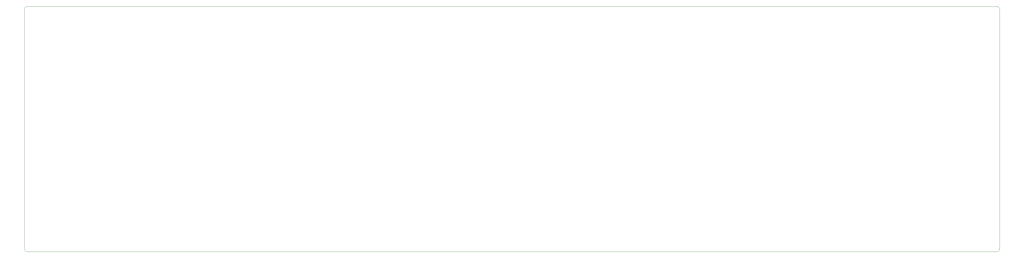
<source format=gm1>
G04 #@! TF.GenerationSoftware,KiCad,Pcbnew,7.0.10-1.fc39*
G04 #@! TF.CreationDate,2024-01-09T17:35:31-05:00*
G04 #@! TF.ProjectId,SYSMATT-WS2812-MATRIX-CARRIER-32X8-DIFFUSER,5359534d-4154-4542-9d57-53323831322d,rev?*
G04 #@! TF.SameCoordinates,Original*
G04 #@! TF.FileFunction,Profile,NP*
%FSLAX46Y46*%
G04 Gerber Fmt 4.6, Leading zero omitted, Abs format (unit mm)*
G04 Created by KiCad (PCBNEW 7.0.10-1.fc39) date 2024-01-09 17:35:31*
%MOMM*%
%LPD*%
G01*
G04 APERTURE LIST*
G04 #@! TA.AperFunction,Profile*
%ADD10C,0.100000*%
G04 #@! TD*
G04 APERTURE END LIST*
D10*
X11000000Y90000000D02*
G75*
G03*
X10000000Y89000000I0J-1000000D01*
G01*
X11000000Y9000000D02*
X330000000Y9000000D01*
X10000000Y10000000D02*
G75*
G03*
X11000000Y9000000I1000000J0D01*
G01*
X331000000Y10000000D02*
X331000000Y89000000D01*
X331000000Y89000000D02*
G75*
G03*
X330000000Y90000000I-1000000J0D01*
G01*
X330000000Y9000000D02*
G75*
G03*
X331000000Y10000000I0J1000000D01*
G01*
X330000000Y90000000D02*
X11000000Y90000000D01*
X10000000Y89000000D02*
X10000000Y10000000D01*
M02*

</source>
